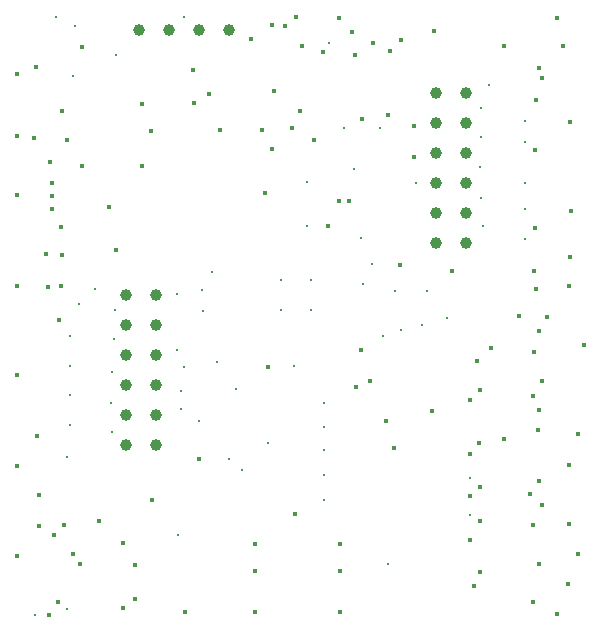
<source format=gbr>
%TF.GenerationSoftware,KiCad,Pcbnew,8.0.8-8.0.8-0~ubuntu22.04.1*%
%TF.CreationDate,2025-02-25T18:12:58-05:00*%
%TF.ProjectId,breakout-qfn,62726561-6b6f-4757-942d-71666e2e6b69,2.0*%
%TF.SameCoordinates,PX2b64660PY42c1d80*%
%TF.FileFunction,Plated,1,2,PTH,Drill*%
%TF.FilePolarity,Positive*%
%FSLAX46Y46*%
G04 Gerber Fmt 4.6, Leading zero omitted, Abs format (unit mm)*
G04 Created by KiCad (PCBNEW 8.0.8-8.0.8-0~ubuntu22.04.1) date 2025-02-25 18:12:58*
%MOMM*%
%LPD*%
G01*
G04 APERTURE LIST*
%TA.AperFunction,ViaDrill*%
%ADD10C,0.300000*%
%TD*%
%TA.AperFunction,ComponentDrill*%
%ADD11C,0.300000*%
%TD*%
%TA.AperFunction,ViaDrill*%
%ADD12C,0.400000*%
%TD*%
%TA.AperFunction,ComponentDrill*%
%ADD13C,0.400000*%
%TD*%
%TA.AperFunction,ComponentDrill*%
%ADD14C,1.000000*%
%TD*%
G04 APERTURE END LIST*
D10*
X51000000Y-56000000D03*
X51250000Y-45750000D03*
X51250000Y-48250000D03*
X51250000Y-50750000D03*
X51250000Y-53250000D03*
X51550000Y-23700000D03*
X51700000Y-19500000D03*
X52015000Y-43000000D03*
X54724266Y-51360664D03*
X54830180Y-53844192D03*
X54840764Y-48756779D03*
X55016000Y-46007667D03*
X55100000Y-43500000D03*
X60300000Y-42200000D03*
X60300000Y-46900000D03*
X63250004Y-40308092D03*
X63673909Y-47939336D03*
X65300000Y-50200000D03*
X70250000Y-48250000D03*
X71290000Y-36400000D03*
X73200000Y-20900000D03*
X74500000Y-28100000D03*
X76043906Y-41272142D03*
X77500000Y-28100000D03*
X78750002Y-41900003D03*
X80600000Y-32800000D03*
X86000000Y-31400000D03*
X86100000Y-26400000D03*
X86100000Y-28900000D03*
X86100000Y-34000000D03*
X86200000Y-36400000D03*
X86715000Y-24500000D03*
X89750000Y-27500000D03*
X89750000Y-29250000D03*
X89750000Y-32750000D03*
X89750000Y-35000000D03*
X89750000Y-37500000D03*
D11*
%TO.C,STITCHM1*%
X48300000Y-69300000D03*
X50100000Y-18700000D03*
X51000000Y-68800000D03*
X53400000Y-41700000D03*
X55200000Y-21950000D03*
X60400000Y-62600000D03*
X60700000Y-50400000D03*
X60700000Y-51900000D03*
X60900000Y-48300000D03*
X60950000Y-18700000D03*
X62200000Y-52900000D03*
X62400000Y-41800000D03*
X62500000Y-43600000D03*
X64700000Y-56100000D03*
X65800000Y-57100000D03*
X68000000Y-54800000D03*
X69100000Y-40950000D03*
X69100000Y-43500000D03*
X71300000Y-32700000D03*
X71700000Y-40950000D03*
X71700000Y-43500000D03*
X72800000Y-51400000D03*
X72800000Y-53400000D03*
X72800000Y-55400000D03*
X72800000Y-57500000D03*
X72800000Y-59600000D03*
X75350000Y-31550000D03*
X75900000Y-37400000D03*
X76800000Y-39600000D03*
X77800000Y-45700000D03*
X78200000Y-65000000D03*
X79300000Y-45200000D03*
X81050000Y-44750000D03*
X81500000Y-41900000D03*
X83150000Y-44150000D03*
X85100000Y-57700000D03*
X85100000Y-60900000D03*
%TD*%
D12*
X48200000Y-28929998D03*
X48350000Y-22900000D03*
X49200000Y-38800000D03*
X49400000Y-41600000D03*
X49500000Y-69300000D03*
X49559313Y-30940687D03*
X49750000Y-32750000D03*
X49750000Y-35000000D03*
X49876345Y-62582437D03*
X50250000Y-68250000D03*
X50600000Y-26650000D03*
X50750000Y-61750000D03*
X51026892Y-29127096D03*
X51500000Y-64200000D03*
X52150000Y-65050000D03*
X52250000Y-21250000D03*
X53750000Y-61350000D03*
X54600004Y-34800000D03*
X55200000Y-38425000D03*
X55750000Y-63250000D03*
X55780331Y-68780331D03*
X58090000Y-28340000D03*
X62200000Y-56100000D03*
X63000000Y-25250000D03*
X64000000Y-28250000D03*
X66631492Y-20600000D03*
X67500000Y-28250000D03*
X67750000Y-33600000D03*
X68043309Y-48304755D03*
X68400000Y-29914164D03*
X68500000Y-25000000D03*
X69499994Y-19500000D03*
X70065686Y-28065686D03*
X70370711Y-18700000D03*
X70750004Y-26650004D03*
X70900000Y-21200000D03*
X71900000Y-29100000D03*
X72700004Y-21700000D03*
X73140000Y-36425000D03*
X74000000Y-18750000D03*
X74000000Y-34250000D03*
X74900000Y-34300010D03*
X75400000Y-21950000D03*
X75500000Y-50000000D03*
X76000000Y-27323000D03*
X76700000Y-49500000D03*
X76900000Y-20900000D03*
X78374998Y-21625002D03*
X85700000Y-47800000D03*
X85894525Y-54798773D03*
X85969669Y-50250000D03*
X86000000Y-58500000D03*
X86000000Y-61400000D03*
X86000000Y-65688478D03*
X86900000Y-46700000D03*
X88000000Y-21200000D03*
X89250000Y-44000018D03*
X90500000Y-68260003D03*
X90700000Y-25750000D03*
X90750000Y-41750000D03*
X90900000Y-53700000D03*
X91000000Y-23000000D03*
X91000000Y-45250000D03*
X91000000Y-51950000D03*
X91000000Y-58000000D03*
X91000000Y-65000000D03*
X91200000Y-23900000D03*
X91250000Y-49500000D03*
X91250000Y-60000000D03*
X91623656Y-44082436D03*
X92500000Y-18750000D03*
X92500000Y-69250000D03*
X93499998Y-41500000D03*
X93500000Y-56600000D03*
X93500000Y-61610002D03*
X93600000Y-27600000D03*
X93600000Y-39000000D03*
X93700000Y-35100000D03*
X94250000Y-64150002D03*
X94300000Y-53990002D03*
X94800000Y-46500000D03*
D13*
%TO.C,STITCHB1*%
X46750000Y-23550000D03*
X46800000Y-28800000D03*
X46800000Y-33800000D03*
X46800000Y-41500000D03*
X46800000Y-49000000D03*
X46800000Y-56700000D03*
X46800000Y-64300000D03*
X48450000Y-54200000D03*
X48650000Y-59200000D03*
X48650000Y-61800000D03*
X49700000Y-33900000D03*
X50300000Y-44400000D03*
X50500000Y-36500000D03*
X50500000Y-41500000D03*
X50550000Y-38850000D03*
X52300000Y-31300000D03*
X56800000Y-65100000D03*
X56800000Y-68000000D03*
X57400000Y-26100000D03*
X57400000Y-31300000D03*
X58200000Y-59600000D03*
X61000000Y-69100000D03*
X61650000Y-23200000D03*
X61750000Y-26000000D03*
X66900000Y-63300000D03*
X66900000Y-65600000D03*
X66900000Y-69100000D03*
X68400000Y-19400000D03*
X70300000Y-60800000D03*
X74100000Y-63300000D03*
X74100000Y-65600000D03*
X74100000Y-69100000D03*
X75150000Y-20000000D03*
X75900000Y-46900000D03*
X78000000Y-52900000D03*
X78200000Y-27000000D03*
X78700000Y-55200000D03*
X79200000Y-39700000D03*
X79300000Y-20650000D03*
X80400000Y-27900000D03*
X80400000Y-30600000D03*
X81900000Y-52100000D03*
X82100000Y-19900000D03*
X83600000Y-40200000D03*
X85100000Y-51100000D03*
X85100000Y-55700000D03*
X85100000Y-59300000D03*
X85100000Y-63000000D03*
X85500000Y-66850000D03*
X88000000Y-54450000D03*
X90250000Y-59100000D03*
X90450000Y-50800000D03*
X90500000Y-61700000D03*
X90550000Y-40250000D03*
X90550000Y-47100000D03*
X90600000Y-30000000D03*
X90600000Y-36600000D03*
X93000000Y-21200000D03*
X93450000Y-66750000D03*
D14*
%TO.C,J2*%
X56000000Y-42210000D03*
X56000000Y-44750000D03*
X56000000Y-47290000D03*
X56000000Y-49830000D03*
X56000000Y-52370000D03*
X56000000Y-54910000D03*
%TO.C,J1*%
X57130000Y-19800000D03*
%TO.C,J2*%
X58540000Y-42210000D03*
X58540000Y-44750000D03*
X58540000Y-47290000D03*
X58540000Y-49830000D03*
X58540000Y-52370000D03*
X58540000Y-54910000D03*
%TO.C,J1*%
X59670000Y-19800000D03*
X62210000Y-19800000D03*
X64750000Y-19800000D03*
%TO.C,J3*%
X82250000Y-25130000D03*
X82250000Y-27670000D03*
X82250000Y-30210000D03*
X82250000Y-32750000D03*
X82250000Y-35290000D03*
X82250000Y-37830000D03*
X84790000Y-25130000D03*
X84790000Y-27670000D03*
X84790000Y-30210000D03*
X84790000Y-32750000D03*
X84790000Y-35290000D03*
X84790000Y-37830000D03*
M02*

</source>
